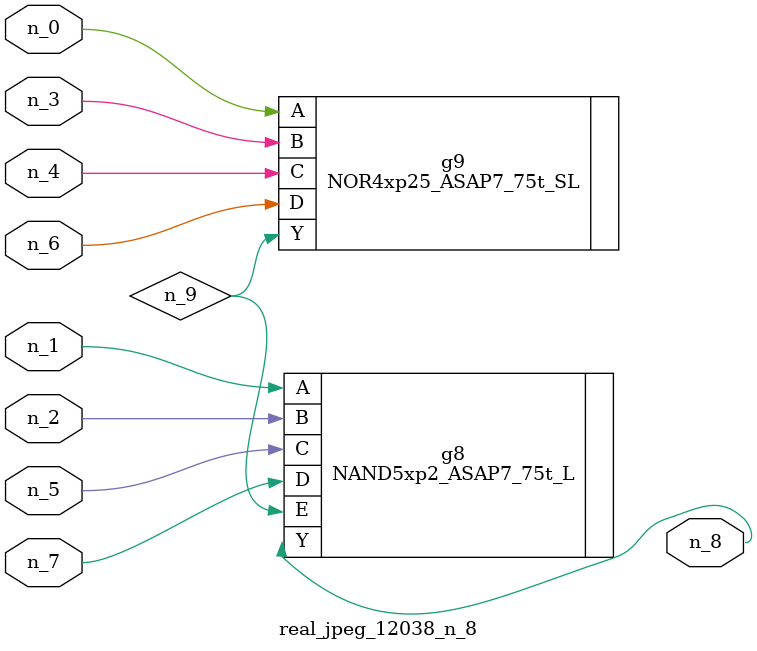
<source format=v>
module real_jpeg_12038_n_8 (n_5, n_4, n_0, n_1, n_2, n_6, n_7, n_3, n_8);

input n_5;
input n_4;
input n_0;
input n_1;
input n_2;
input n_6;
input n_7;
input n_3;

output n_8;

wire n_9;

NOR4xp25_ASAP7_75t_SL g9 ( 
.A(n_0),
.B(n_3),
.C(n_4),
.D(n_6),
.Y(n_9)
);

NAND5xp2_ASAP7_75t_L g8 ( 
.A(n_1),
.B(n_2),
.C(n_5),
.D(n_7),
.E(n_9),
.Y(n_8)
);


endmodule
</source>
